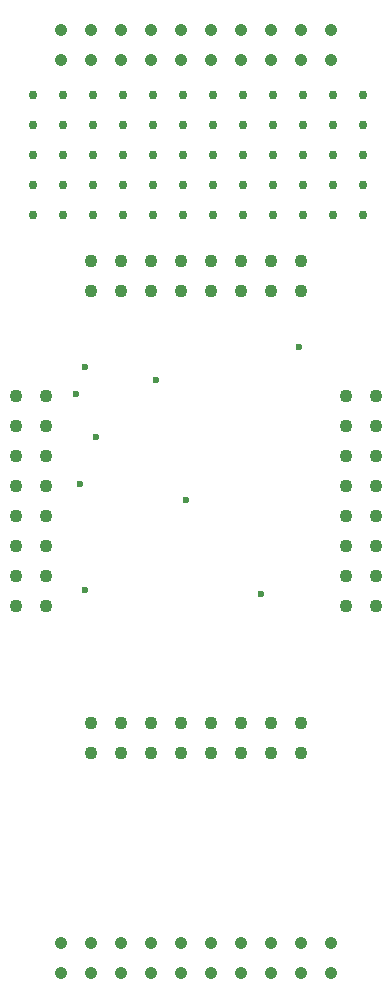
<source format=gbr>
%TF.GenerationSoftware,Altium Limited,Altium Designer,23.4.1 (23)*%
G04 Layer_Color=0*
%FSLAX45Y45*%
%MOMM*%
%TF.SameCoordinates,06F9E411-BB4A-4FCF-AF8D-8E7D50D0EFEC*%
%TF.FilePolarity,Positive*%
%TF.FileFunction,Plated,1,2,PTH,Drill*%
%TF.Part,Single*%
G01*
G75*
%TA.AperFunction,ComponentDrill*%
%ADD51C,1.04000*%
%ADD52C,1.10000*%
%TA.AperFunction,OtherDrill,Pad Free-17 (25.559mm,69.215mm)*%
%ADD53C,0.76200*%
%TA.AperFunction,OtherDrill,Pad Free-17 (23.019mm,69.215mm)*%
%ADD54C,0.76200*%
%TA.AperFunction,OtherDrill,Pad Free-17 (28.099mm,69.215mm)*%
%ADD55C,0.76200*%
%TA.AperFunction,OtherDrill,Pad Free-17 (30.639mm,69.215mm)*%
%ADD56C,0.76200*%
%TA.AperFunction,OtherDrill,Pad Free-17 (15.399mm,69.215mm)*%
%ADD57C,0.76200*%
%TA.AperFunction,OtherDrill,Pad Free-17 (17.939mm,69.215mm)*%
%ADD58C,0.76200*%
%TA.AperFunction,OtherDrill,Pad Free-17 (20.479mm,69.215mm)*%
%ADD59C,0.76200*%
%TA.AperFunction,OtherDrill,Pad Free-17 (12.859mm,69.215mm)*%
%ADD60C,0.76200*%
%TA.AperFunction,OtherDrill,Pad Free-17 (7.779mm,69.215mm)*%
%ADD61C,0.76200*%
%TA.AperFunction,OtherDrill,Pad Free-17 (5.239mm,69.215mm)*%
%ADD62C,0.76200*%
%TA.AperFunction,OtherDrill,Pad Free-17 (10.319mm,69.215mm)*%
%ADD63C,0.76200*%
%TA.AperFunction,OtherDrill,Pad Free-17 (2.699mm,69.215mm)*%
%ADD64C,0.76200*%
%TA.AperFunction,OtherDrill,Pad Free-17 (25.559mm,71.755mm)*%
%ADD65C,0.76200*%
%TA.AperFunction,OtherDrill,Pad Free-17 (23.019mm,71.755mm)*%
%ADD66C,0.76200*%
%TA.AperFunction,OtherDrill,Pad Free-17 (28.099mm,71.755mm)*%
%ADD67C,0.76200*%
%TA.AperFunction,OtherDrill,Pad Free-17 (30.639mm,71.755mm)*%
%ADD68C,0.76200*%
%TA.AperFunction,OtherDrill,Pad Free-17 (15.399mm,71.755mm)*%
%ADD69C,0.76200*%
%TA.AperFunction,OtherDrill,Pad Free-17 (17.939mm,71.755mm)*%
%ADD70C,0.76200*%
%TA.AperFunction,OtherDrill,Pad Free-17 (20.479mm,71.755mm)*%
%ADD71C,0.76200*%
%TA.AperFunction,OtherDrill,Pad Free-17 (12.859mm,71.755mm)*%
%ADD72C,0.76200*%
%TA.AperFunction,OtherDrill,Pad Free-17 (7.779mm,71.755mm)*%
%ADD73C,0.76200*%
%TA.AperFunction,OtherDrill,Pad Free-17 (5.239mm,71.755mm)*%
%ADD74C,0.76200*%
%TA.AperFunction,OtherDrill,Pad Free-17 (10.319mm,71.755mm)*%
%ADD75C,0.76200*%
%TA.AperFunction,OtherDrill,Pad Free-17 (2.699mm,71.755mm)*%
%ADD76C,0.76200*%
%TA.AperFunction,ComponentDrill*%
%ADD77C,1.10000*%
%TA.AperFunction,OtherDrill,Pad Free-17 (2.699mm,74.295mm)*%
%ADD78C,0.76200*%
%TA.AperFunction,OtherDrill,Pad Free-17 (10.319mm,74.295mm)*%
%ADD79C,0.76200*%
%TA.AperFunction,OtherDrill,Pad Free-17 (5.239mm,74.295mm)*%
%ADD80C,0.76200*%
%TA.AperFunction,OtherDrill,Pad Free-17 (7.779mm,74.295mm)*%
%ADD81C,0.76200*%
%TA.AperFunction,OtherDrill,Pad Free-17 (12.859mm,74.295mm)*%
%ADD82C,0.76200*%
%TA.AperFunction,OtherDrill,Pad Free-17 (20.479mm,74.295mm)*%
%ADD83C,0.76200*%
%TA.AperFunction,OtherDrill,Pad Free-17 (17.939mm,74.295mm)*%
%ADD84C,0.76200*%
%TA.AperFunction,OtherDrill,Pad Free-17 (15.399mm,74.295mm)*%
%ADD85C,0.76200*%
%TA.AperFunction,OtherDrill,Pad Free-17 (30.639mm,74.295mm)*%
%ADD86C,0.76200*%
%TA.AperFunction,OtherDrill,Pad Free-17 (28.099mm,74.295mm)*%
%ADD87C,0.76200*%
%TA.AperFunction,OtherDrill,Pad Free-17 (23.019mm,74.295mm)*%
%ADD88C,0.76200*%
%TA.AperFunction,OtherDrill,Pad Free-17 (25.559mm,74.295mm)*%
%ADD89C,0.76200*%
%TA.AperFunction,OtherDrill,Pad Free-17 (23.019mm,79.375mm)*%
%ADD90C,0.76200*%
%TA.AperFunction,OtherDrill,Pad Free-17 (23.019mm,76.835mm)*%
%ADD91C,0.76200*%
%TA.AperFunction,OtherDrill,Pad Free-17 (25.559mm,76.835mm)*%
%ADD92C,0.76200*%
%TA.AperFunction,OtherDrill,Pad Free-17 (25.559mm,79.375mm)*%
%ADD93C,0.76200*%
%TA.AperFunction,OtherDrill,Pad Free-17 (30.639mm,79.375mm)*%
%ADD94C,0.76200*%
%TA.AperFunction,OtherDrill,Pad Free-17 (30.639mm,76.835mm)*%
%ADD95C,0.76200*%
%TA.AperFunction,OtherDrill,Pad Free-17 (28.099mm,76.835mm)*%
%ADD96C,0.76200*%
%TA.AperFunction,OtherDrill,Pad Free-17 (28.099mm,79.375mm)*%
%ADD97C,0.76200*%
%TA.AperFunction,OtherDrill,Pad Free-17 (12.859mm,79.375mm)*%
%ADD98C,0.76200*%
%TA.AperFunction,OtherDrill,Pad Free-17 (12.859mm,76.835mm)*%
%ADD99C,0.76200*%
%TA.AperFunction,OtherDrill,Pad Free-17 (15.399mm,76.835mm)*%
%ADD100C,0.76200*%
%TA.AperFunction,OtherDrill,Pad Free-17 (15.399mm,79.375mm)*%
%ADD101C,0.76200*%
%TA.AperFunction,OtherDrill,Pad Free-17 (20.479mm,79.375mm)*%
%ADD102C,0.76200*%
%TA.AperFunction,OtherDrill,Pad Free-17 (20.479mm,76.835mm)*%
%ADD103C,0.76200*%
%TA.AperFunction,OtherDrill,Pad Free-17 (17.939mm,76.835mm)*%
%ADD104C,0.76200*%
%TA.AperFunction,OtherDrill,Pad Free-17 (17.939mm,79.375mm)*%
%ADD105C,0.76200*%
%TA.AperFunction,OtherDrill,Pad Free-17 (7.779mm,79.375mm)*%
%ADD106C,0.76200*%
%TA.AperFunction,OtherDrill,Pad Free-17 (7.779mm,76.835mm)*%
%ADD107C,0.76200*%
%TA.AperFunction,OtherDrill,Pad Free-17 (10.319mm,76.835mm)*%
%ADD108C,0.76200*%
%TA.AperFunction,OtherDrill,Pad Free-17 (10.319mm,79.375mm)*%
%ADD109C,0.76200*%
%TA.AperFunction,OtherDrill,Pad Free-17 (5.239mm,79.375mm)*%
%ADD110C,0.76200*%
%TA.AperFunction,OtherDrill,Pad Free-17 (5.239mm,76.835mm)*%
%ADD111C,0.76200*%
%TA.AperFunction,OtherDrill,Pad Free-17 (2.699mm,76.835mm)*%
%ADD112C,0.76200*%
%TA.AperFunction,OtherDrill,Pad Free-17 (2.699mm,79.375mm)*%
%ADD113C,0.76200*%
%TA.AperFunction,ViaDrill,NotFilled*%
%ADD114C,0.60000*%
D51*
X2794000Y8492000D02*
D03*
Y8238000D02*
D03*
X2540000Y8492000D02*
D03*
Y8238000D02*
D03*
X2286000Y8492000D02*
D03*
Y8238000D02*
D03*
X2032000Y8492000D02*
D03*
Y8238000D02*
D03*
X1778000Y8492000D02*
D03*
Y8238000D02*
D03*
X1524000Y8492000D02*
D03*
Y8238000D02*
D03*
X1270000Y8492000D02*
D03*
Y8238000D02*
D03*
X1016000Y8492000D02*
D03*
Y8238000D02*
D03*
X762000Y8492000D02*
D03*
Y8238000D02*
D03*
X508000Y8492000D02*
D03*
Y8238000D02*
D03*
X2794000Y762000D02*
D03*
Y508000D02*
D03*
X2540000Y762000D02*
D03*
Y508000D02*
D03*
X2286000Y762000D02*
D03*
Y508000D02*
D03*
X2032000Y762000D02*
D03*
Y508000D02*
D03*
X1778000Y762000D02*
D03*
Y508000D02*
D03*
X1524000Y762000D02*
D03*
Y508000D02*
D03*
X1270000Y762000D02*
D03*
Y508000D02*
D03*
X1016000Y762000D02*
D03*
Y508000D02*
D03*
X762000Y762000D02*
D03*
Y508000D02*
D03*
X508000Y762000D02*
D03*
Y508000D02*
D03*
D52*
X2539000Y6532000D02*
D03*
Y6278000D02*
D03*
X2285000Y6532000D02*
D03*
Y6278000D02*
D03*
X2031000Y6532000D02*
D03*
Y6278000D02*
D03*
X1777000Y6532000D02*
D03*
Y6278000D02*
D03*
X1523000Y6532000D02*
D03*
Y6278000D02*
D03*
X1269000Y6532000D02*
D03*
Y6278000D02*
D03*
X1015000Y6532000D02*
D03*
Y6278000D02*
D03*
X761000Y6532000D02*
D03*
Y6278000D02*
D03*
Y2368000D02*
D03*
Y2622000D02*
D03*
X1015000Y2368000D02*
D03*
Y2622000D02*
D03*
X1269000Y2368000D02*
D03*
Y2622000D02*
D03*
X1523000Y2368000D02*
D03*
Y2622000D02*
D03*
X1777000Y2368000D02*
D03*
Y2622000D02*
D03*
X2031000Y2368000D02*
D03*
Y2622000D02*
D03*
X2285000Y2368000D02*
D03*
Y2622000D02*
D03*
X2539000Y2368000D02*
D03*
Y2622000D02*
D03*
D53*
X2555875Y6921500D02*
D03*
D54*
X2301875D02*
D03*
D55*
X2809875D02*
D03*
D56*
X3063875D02*
D03*
D57*
X1539875D02*
D03*
D58*
X1793875D02*
D03*
D59*
X2047875D02*
D03*
D60*
X1285875D02*
D03*
D61*
X777875D02*
D03*
D62*
X523875D02*
D03*
D63*
X1031875D02*
D03*
D64*
X269875D02*
D03*
D65*
X2555875Y7175500D02*
D03*
D66*
X2301875D02*
D03*
D67*
X2809875D02*
D03*
D68*
X3063875D02*
D03*
D69*
X1539875D02*
D03*
D70*
X1793875D02*
D03*
D71*
X2047875D02*
D03*
D72*
X1285875D02*
D03*
D73*
X777875D02*
D03*
D74*
X523875D02*
D03*
D75*
X1031875D02*
D03*
D76*
X269875D02*
D03*
D77*
X3173000Y3611000D02*
D03*
X2919000D02*
D03*
X3173000Y3865000D02*
D03*
X2919000D02*
D03*
X3173000Y4119000D02*
D03*
X2919000D02*
D03*
X3173000Y4373000D02*
D03*
X2919000D02*
D03*
X3173000Y4627000D02*
D03*
X2919000D02*
D03*
X3173000Y4881000D02*
D03*
X2919000D02*
D03*
X3173000Y5135000D02*
D03*
X2919000D02*
D03*
X3173000Y5389000D02*
D03*
X2919000D02*
D03*
X127000D02*
D03*
X381000D02*
D03*
X127000Y5135000D02*
D03*
X381000D02*
D03*
X127000Y4881000D02*
D03*
X381000D02*
D03*
X127000Y4627000D02*
D03*
X381000D02*
D03*
X127000Y4373000D02*
D03*
X381000D02*
D03*
X127000Y4119000D02*
D03*
X381000D02*
D03*
X127000Y3865000D02*
D03*
X381000D02*
D03*
X127000Y3611000D02*
D03*
X381000D02*
D03*
D78*
X269875Y7429500D02*
D03*
D79*
X1031875D02*
D03*
D80*
X523875D02*
D03*
D81*
X777875D02*
D03*
D82*
X1285875D02*
D03*
D83*
X2047875D02*
D03*
D84*
X1793875D02*
D03*
D85*
X1539875D02*
D03*
D86*
X3063875D02*
D03*
D87*
X2809875D02*
D03*
D88*
X2301875D02*
D03*
D89*
X2555875D02*
D03*
D90*
X2301875Y7937500D02*
D03*
D91*
Y7683500D02*
D03*
D92*
X2555875D02*
D03*
D93*
Y7937500D02*
D03*
D94*
X3063875D02*
D03*
D95*
Y7683500D02*
D03*
D96*
X2809875D02*
D03*
D97*
Y7937500D02*
D03*
D98*
X1285875D02*
D03*
D99*
Y7683500D02*
D03*
D100*
X1539875D02*
D03*
D101*
Y7937500D02*
D03*
D102*
X2047875D02*
D03*
D103*
Y7683500D02*
D03*
D104*
X1793875D02*
D03*
D105*
Y7937500D02*
D03*
D106*
X777875D02*
D03*
D107*
Y7683500D02*
D03*
D108*
X1031875D02*
D03*
D109*
Y7937500D02*
D03*
D110*
X523875D02*
D03*
D111*
Y7683500D02*
D03*
D112*
X269875D02*
D03*
D113*
Y7937500D02*
D03*
D114*
X1571625Y4508500D02*
D03*
X1317625Y5524500D02*
D03*
X2206625Y3714750D02*
D03*
X714375Y3746500D02*
D03*
X635000Y5413375D02*
D03*
X809625Y5048250D02*
D03*
X2524125Y5810250D02*
D03*
X666750Y4651375D02*
D03*
X714375Y5635625D02*
D03*
%TF.MD5,7c71ff27ebf243104d952254461f8e25*%
M02*

</source>
